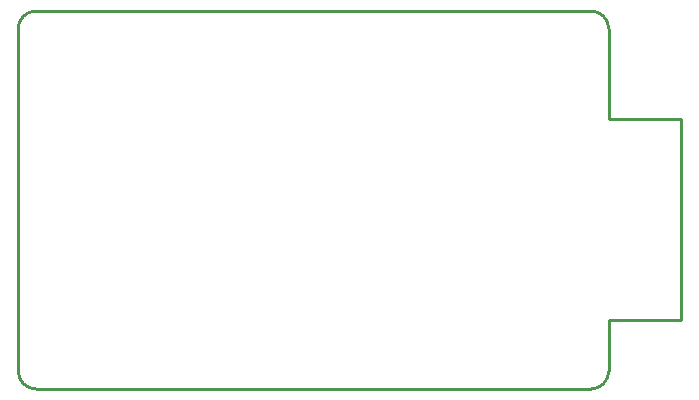
<source format=gko>
G04 Layer: BoardOutlineLayer*
G04 EasyEDA v6.5.34, 2023-10-27 16:27:23*
G04 808af14f2a724accbce3cd49f21b2442,3d03538306d245868c61186af2047e2d,10*
G04 Gerber Generator version 0.2*
G04 Scale: 100 percent, Rotated: No, Reflected: No *
G04 Dimensions in millimeters *
G04 leading zeros omitted , absolute positions ,4 integer and 5 decimal *
%FSLAX45Y45*%
%MOMM*%

%ADD10C,0.2540*%
D10*
X699998Y3949992D02*
G01*
X699998Y6849986D01*
X5700013Y6849871D02*
G01*
X5702300Y6083300D01*
X6311900Y6083300D01*
X6311900Y5511800D01*
X6311900Y4953000D01*
X6311900Y4660900D01*
X6311900Y4381500D01*
X5702300Y4381500D01*
X5700013Y3949954D01*
X5549988Y3799992D02*
G01*
X849998Y3799992D01*
X849998Y6999986D02*
G01*
X5549988Y6999986D01*
G75*
G01*
X5549989Y6999986D02*
G02*
X5699989Y6849986I0J-150000D01*
G75*
G01*
X849998Y3799992D02*
G02*
X699999Y3949992I0J150000D01*
G75*
G01*
X699999Y6849986D02*
G02*
X849998Y6999986I149999J0D01*
G75*
G01*
X5699989Y3949992D02*
G02*
X5549989Y3799992I-150000J0D01*

%LPD*%
M02*

</source>
